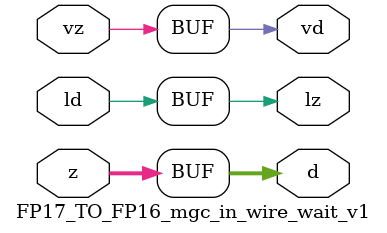
<source format=v>
module FP17_TO_FP16_mgc_in_wire_wait_v1 (ld, vd, d, lz, vz, z);
  parameter integer rscid = 1;
  parameter integer width = 8;
  input ld;
  output vd;
  output [width-1:0] d;
  output lz;
  input vz;
  input [width-1:0] z;
  wire vd;
  wire [width-1:0] d;
  wire lz;
  assign d = z;
  assign lz = ld;
  assign vd = vz;
endmodule
</source>
